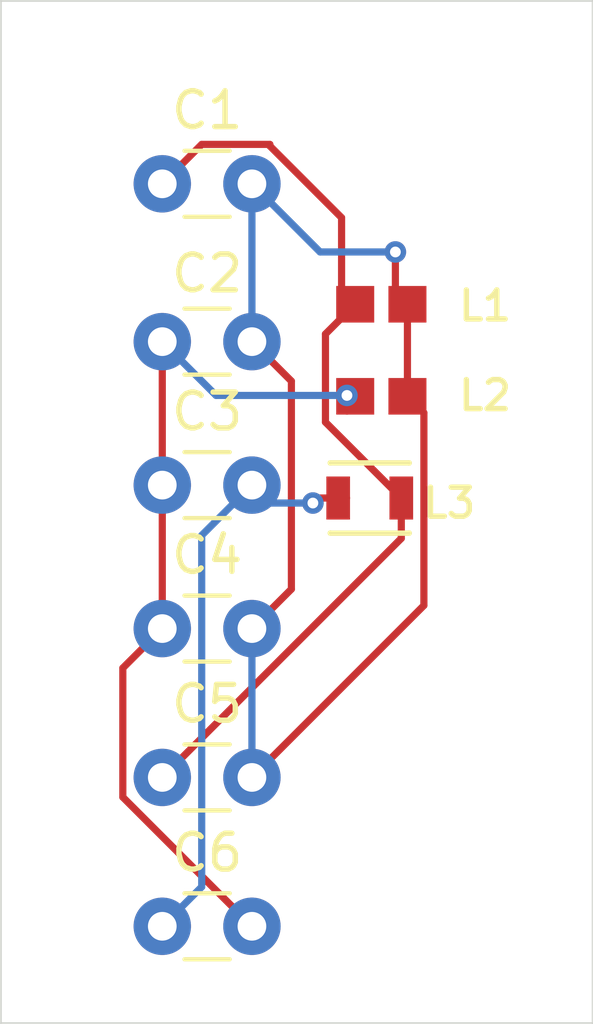
<source format=kicad_pcb>
(kicad_pcb (version 20240108) (generator "pcbnew") (generator_version "8.0")
  (layers (0 "F.Cu" signal) (31 "B.Cu" signal) (34 "B.Paste" user) (35 "F.Paste" user) (36 "B.SilkS" user "B.Silkscreen") (37 "F.SilkS" user "F.Silkscreen") (38 "B.Mask" user) (39 "F.Mask" user) (44 "Edge.Cuts" user))
  (net 0 "")
  (net 1 "GND")
  (net 2 "AC")
  (net 3 "Net-(C2-Pad1)")
  (net 4 "Net-(C3-Pad2)")
  (footprint "Capacitor_THT:C_Disc_D3.0mm_W1.6mm_P2.50mm" (layer "F.Cu") (at 135.5 97)
    (property "Reference" "C3" (at 1.25 -2.05 0) (layer "F.SilkS"))
    (property "Value" "C" (hide yes))
    (fp_line (start 0.621 -0.92) (end 1.879 -0.92) (stroke (width 0.12)) (layer "F.SilkS"))
    (fp_line (start 0.621 0.92) (end 1.879 0.92) (stroke (width 0.12)) (layer "F.SilkS"))
    (pad "1" thru_hole circle (at 0 0) (size 1.6 1.6) (drill 0.8) (layers "*.Cu" "*.Mask") (net 3 "Net-(C2-Pad1)"))
    (pad "2" thru_hole circle (at 2.5 0) (size 1.6 1.6) (drill 0.8) (layers "*.Cu" "*.Mask") (net 4 "Net-(C3-Pad2)"))
  )
  (footprint "Capacitor_THT:C_Disc_D3.0mm_W1.6mm_P2.50mm" (layer "F.Cu") (at 135.5 88.6)
    (property "Reference" "C1" (at 1.25 -2.05 0) (layer "F.SilkS"))
    (property "Value" "C" (hide yes))
    (fp_line (start 0.621 -0.92) (end 1.879 -0.92) (stroke (width 0.12)) (layer "F.SilkS"))
    (fp_line (start 0.621 0.92) (end 1.879 0.92) (stroke (width 0.12)) (layer "F.SilkS"))
    (pad "1" thru_hole circle (at 0 0) (size 1.6 1.6) (drill 0.8) (layers "*.Cu" "*.Mask") (net 2 "AC"))
    (pad "2" thru_hole circle (at 2.5 0) (size 1.6 1.6) (drill 0.8) (layers "*.Cu" "*.Mask") (net 1 "GND"))
  )
  (footprint "BRC1608TR50M6:INDC1608X100N" (layer "F.Cu") (at 141.608 94.524)
    (property "Reference" "L2" (at 2.892 -0.024 0) (layer "F.SilkS") (effects (font (size 0.81 0.81))))
    (property "Value" "500u")
    (pad "1" smd rect (at -0.728 0) (size 1.06 1.02) (layers "F.Cu" "F.Paste" "F.Mask") (net 3 "Net-(C2-Pad1)"))
    (pad "2" smd rect (at 0.728 0) (size 1.06 1.02) (layers "F.Cu" "F.Paste" "F.Mask") (net 1 "GND"))
  )
  (footprint "Capacitor_THT:C_Disc_D3.0mm_W1.6mm_P2.50mm" (layer "F.Cu") (at 135.5 101)
    (property "Reference" "C4" (at 1.25 -2.05 0) (layer "F.SilkS"))
    (property "Value" "C" (hide yes))
    (fp_line (start 0.621 -0.92) (end 1.879 -0.92) (stroke (width 0.12)) (layer "F.SilkS"))
    (fp_line (start 0.621 0.92) (end 1.879 0.92) (stroke (width 0.12)) (layer "F.SilkS"))
    (pad "1" thru_hole circle (at 0 0) (size 1.6 1.6) (drill 0.8) (layers "*.Cu" "*.Mask") (net 3 "Net-(C2-Pad1)"))
    (pad "2" thru_hole circle (at 2.5 0) (size 1.6 1.6) (drill 0.8) (layers "*.Cu" "*.Mask") (net 1 "GND"))
  )
  (footprint "MURATA_LQW21FT2R0M0HL:MURATA_LQW21FT2R0M0HL_0" (layer "F.Cu") (at 141.285 97.36)
    (property "Reference" "L3" (at 2.215 0.14 0) (layer "F.SilkS") (effects (font (size 0.81 0.81))))
    (property "Value" "2n")
    (fp_line (start -1.1 -0.98) (end 1.1 -0.98) (stroke (width 0.15)) (layer "F.SilkS"))
    (fp_line (start -1.1 -0.975) (end -1.1 -0.98) (stroke (width 0.15)) (layer "F.SilkS"))
    (fp_line (start -1.1 0.98) (end -1.1 0.975) (stroke (width 0.15)) (layer "F.SilkS"))
    (fp_line (start -1.1 0.98) (end 1.1 0.98) (stroke (width 0.15)) (layer "F.SilkS"))
    (fp_line (start 1.1 -0.975) (end 1.1 -0.98) (stroke (width 0.15)) (layer "F.SilkS"))
    (fp_line (start 1.1 0.98) (end 1.1 0.975) (stroke (width 0.15)) (layer "F.SilkS"))
    (pad "1" smd rect (at -0.88 0) (size 0.66 1.2) (layers "F.Cu" "F.Paste" "F.Mask") (net 4 "Net-(C3-Pad2)"))
    (pad "2" smd rect (at 0.88 0) (size 0.66 1.2) (layers "F.Cu" "F.Paste" "F.Mask") (net 2 "AC"))
  )
  (footprint "Capacitor_THT:C_Disc_D3.0mm_W1.6mm_P2.50mm" (layer "F.Cu") (at 135.5 109.3)
    (property "Reference" "C6" (at 1.25 -2.05 0) (layer "F.SilkS"))
    (property "Value" "C" (hide yes))
    (fp_line (start 0.621 -0.92) (end 1.879 -0.92) (stroke (width 0.12)) (layer "F.SilkS"))
    (fp_line (start 0.621 0.92) (end 1.879 0.92) (stroke (width 0.12)) (layer "F.SilkS"))
    (pad "1" thru_hole circle (at 0 0) (size 1.6 1.6) (drill 0.8) (layers "*.Cu" "*.Mask") (net 4 "Net-(C3-Pad2)"))
    (pad "2" thru_hole circle (at 2.5 0) (size 1.6 1.6) (drill 0.8) (layers "*.Cu" "*.Mask") (net 3 "Net-(C2-Pad1)"))
  )
  (footprint "Capacitor_THT:C_Disc_D3.0mm_W1.6mm_P2.50mm" (layer "F.Cu") (at 135.5 105.15)
    (property "Reference" "C5" (at 1.25 -2.05 0) (layer "F.SilkS"))
    (property "Value" "C" (hide yes))
    (fp_line (start 0.621 -0.92) (end 1.879 -0.92) (stroke (width 0.12)) (layer "F.SilkS"))
    (fp_line (start 0.621 0.92) (end 1.879 0.92) (stroke (width 0.12)) (layer "F.SilkS"))
    (pad "1" thru_hole circle (at 0 0) (size 1.6 1.6) (drill 0.8) (layers "*.Cu" "*.Mask") (net 2 "AC"))
    (pad "2" thru_hole circle (at 2.5 0) (size 1.6 1.6) (drill 0.8) (layers "*.Cu" "*.Mask") (net 1 "GND"))
  )
  (footprint "Capacitor_THT:C_Disc_D3.0mm_W1.6mm_P2.50mm" (layer "F.Cu") (at 135.5 93)
    (property "Reference" "C2" (at 1.25 -1.9 0) (layer "F.SilkS"))
    (property "Value" "C" (hide yes))
    (fp_line (start 0.621 -0.92) (end 1.879 -0.92) (stroke (width 0.12)) (layer "F.SilkS"))
    (fp_line (start 0.621 0.92) (end 1.879 0.92) (stroke (width 0.12)) (layer "F.SilkS"))
    (pad "1" thru_hole circle (at 0 0) (size 1.6 1.6) (drill 0.8) (layers "*.Cu" "*.Mask") (net 3 "Net-(C2-Pad1)"))
    (pad "2" thru_hole circle (at 2.5 0) (size 1.6 1.6) (drill 0.8) (layers "*.Cu" "*.Mask") (net 1 "GND"))
  )
  (footprint "BRC1608TR50M6:INDC1608X100N" (layer "F.Cu") (at 141.608 91.958)
    (property "Reference" "L1" (at 2.892 0.042 0) (layer "F.SilkS") (effects (font (size 0.81 0.81))))
    (property "Value" "500u")
    (pad "1" smd rect (at -0.728 0) (size 1.06 1.02) (layers "F.Cu" "F.Paste" "F.Mask") (net 2 "AC"))
    (pad "2" smd rect (at 0.728 0) (size 1.06 1.02) (layers "F.Cu" "F.Paste" "F.Mask") (net 1 "GND"))
  )
  (gr_rect (start 131 83.5) (end 147.5 112) (stroke (width 0.05)) (fill none) (layer "Edge.Cuts"))
  (segment (start 138 101) (end 139.1 99.9) (width 0.2) (layer "F.Cu") (net 1))
  (segment (start 142.795 94.983) (end 142.336 94.524) (width 0.2) (layer "F.Cu") (net 1))
  (segment (start 139.1 94.1) (end 138 93) (width 0.2) (layer "F.Cu") (net 1))
  (segment (start 142 91.622) (end 142.336 91.958) (width 0.2) (layer "F.Cu") (net 1))
  (segment (start 139.1 99.9) (end 139.1 94.1) (width 0.2) (layer "F.Cu") (net 1))
  (segment (start 138 105.15) (end 142.795 100.355) (width 0.2) (layer "F.Cu") (net 1))
  (segment (start 142.336 94.524) (end 142.336 91.958) (width 0.2) (layer "F.Cu") (net 1))
  (segment (start 142 90.5) (end 142 91.622) (width 0.2) (layer "F.Cu") (net 1))
  (segment (start 142.795 100.355) (end 142.795 94.983) (width 0.2) (layer "F.Cu") (net 1))
  (via (at 142 90.5) (size 0.6) (drill 0.3) (layers "F.Cu" "B.Cu") (net 1))
  (segment (start 138 105.15) (end 138 101) (width 0.2) (layer "B.Cu") (net 1))
  (segment (start 139.9 90.5) (end 142 90.5) (width 0.2) (layer "B.Cu") (net 1))
  (segment (start 138 88.6) (end 138 93) (width 0.2) (layer "B.Cu") (net 1))
  (segment (start 138 88.6) (end 139.9 90.5) (width 0.2) (layer "B.Cu") (net 1))
  (segment (start 138.5 87.5) (end 136.6 87.5) (width 0.2) (layer "F.Cu") (net 2))
  (segment (start 140.05 95.245) (end 142.165 97.36) (width 0.2) (layer "F.Cu") (net 2))
  (segment (start 140.5 91.958) (end 140.5 89.544365) (width 0.2) (layer "F.Cu") (net 2))
  (segment (start 140.5 91.958) (end 140.88 91.958) (width 0.2) (layer "F.Cu") (net 2))
  (segment (start 142.165 97.36) (end 142.165 98.485) (width 0.2) (layer "F.Cu") (net 2))
  (segment (start 140.5 89.544365) (end 138.5 87.544365) (width 0.2) (layer "F.Cu") (net 2))
  (segment (start 140.05 92.788) (end 140.05 95.245) (width 0.2) (layer "F.Cu") (net 2))
  (segment (start 136.6 87.5) (end 135.5 88.6) (width 0.2) (layer "F.Cu") (net 2))
  (segment (start 142.165 98.485) (end 135.5 105.15) (width 0.2) (layer "F.Cu") (net 2))
  (segment (start 138.5 87.544365) (end 138.5 87.5) (width 0.2) (layer "F.Cu") (net 2))
  (segment (start 140.88 91.958) (end 140.05 92.788) (width 0.2) (layer "F.Cu") (net 2))
  (segment (start 140.674 94.524) (end 140.65 94.5) (width 0.2) (layer "F.Cu") (net 3))
  (segment (start 140.88 94.707892) (end 140.65 94.937892) (width 0.2) (layer "F.Cu") (net 3))
  (segment (start 135.5 101) (end 135.5 97) (width 0.2) (layer "F.Cu") (net 3))
  (segment (start 138 109.3) (end 134.4 105.7) (width 0.2) (layer "F.Cu") (net 3))
  (segment (start 134.4 102.1) (end 135.5 101) (width 0.2) (layer "F.Cu") (net 3))
  (segment (start 135.5 97) (end 135.5 93) (width 0.2) (layer "F.Cu") (net 3))
  (segment (start 140.88 94.524) (end 140.88 94.707892) (width 0.2) (layer "F.Cu") (net 3))
  (segment (start 140.88 94.524) (end 140.674 94.524) (width 0.2) (layer "F.Cu") (net 3))
  (segment (start 134.4 105.7) (end 134.4 102.1) (width 0.2) (layer "F.Cu") (net 3))
  (via (at 140.65 94.5) (size 0.6) (drill 0.3) (layers "F.Cu" "B.Cu") (net 3))
  (segment (start 137 94.5) (end 135.5 93) (width 0.2) (layer "B.Cu") (net 3))
  (segment (start 138 109.5) (end 138 109.3) (width 0.2) (layer "B.Cu") (net 3))
  (segment (start 140.65 94.5) (end 137 94.5) (width 0.2) (layer "B.Cu") (net 3))
  (segment (start 140.405 97.36) (end 139.84 97.36) (width 0.2) (layer "F.Cu") (net 4))
  (segment (start 138 97) (end 138.5 97) (width 0.2) (layer "F.Cu") (net 4))
  (segment (start 140.405 97.36) (end 140.265 97.5) (width 0.2) (layer "F.Cu") (net 4))
  (segment (start 139.84 97.36) (end 139.7 97.5) (width 0.2) (layer "F.Cu") (net 4))
  (segment (start 140.405 97.36) (end 140.64 97.36) (width 0.2) (layer "F.Cu") (net 4))
  (via (at 139.7 97.5) (size 0.6) (drill 0.3) (layers "F.Cu" "B.Cu") (net 4))
  (segment (start 136.6 98.4) (end 138 97) (width 0.2) (layer "B.Cu") (net 4))
  (segment (start 136.6 108.2) (end 136.6 98.4) (width 0.2) (layer "B.Cu") (net 4))
  (segment (start 135.5 109.3) (end 136.6 108.2) (width 0.2) (layer "B.Cu") (net 4))
  (segment (start 138.5 97.5) (end 138 97) (width 0.2) (layer "B.Cu") (net 4))
  (segment (start 139.7 97.5) (end 138.5 97.5) (width 0.2) (layer "B.Cu") (net 4))
)
</source>
